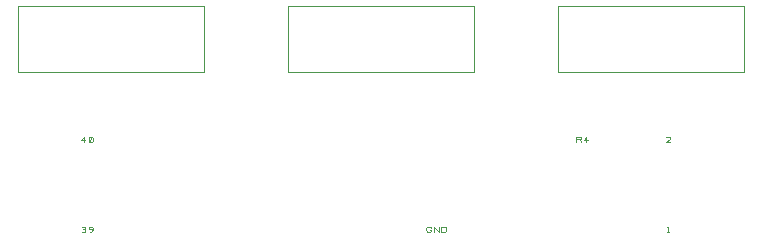
<source format=gbr>
G04 EasyPC Gerber Version 21.0.3 Build 4286 *
%FSLAX35Y35*%
%MOIN*%
%ADD10C,0.00100*%
%ADD11C,0.00197*%
X0Y0D02*
D02*
D10*
X30406Y5875D02*
X30719Y5719D01*
X31031*
X31344Y5875*
X31500Y6187*
X31344Y6500*
X31031Y6656*
X30719*
X31031D02*
X31344Y6813D01*
X31500Y7125*
X31344Y7437*
X31031Y7594*
X30719*
X30406Y7437*
X33219Y5719D02*
X33531Y5875D01*
X33844Y6187*
X34000Y6656*
Y7125*
X33844Y7437*
X33531Y7594*
X33219*
X32906Y7437*
X32750Y7125*
X32906Y6813*
X33219Y6656*
X33531*
X33844Y6813*
X34000Y7125*
X31031Y35719D02*
Y37594D01*
X30250Y36344*
X31500*
X32906Y35875D02*
X33219Y35719D01*
X33531*
X33844Y35875*
X34000Y36187*
Y37125*
X33844Y37437*
X33531Y37594*
X33219*
X32906Y37437*
X32750Y37125*
Y36187*
X32906Y35875*
X33844Y37437*
X146344Y6500D02*
X146813D01*
Y6344*
X146656Y6031*
X146500Y5875*
X146187Y5719*
X145875*
X145563Y5875*
X145406Y6031*
X145250Y6344*
Y6969*
X145406Y7281*
X145563Y7437*
X145875Y7594*
X146187*
X146500Y7437*
X146656Y7281*
X146813Y6969*
X147750Y5719D02*
Y7594D01*
X149313Y5719*
Y7594*
X150250Y5719D02*
Y7594D01*
X151187*
X151500Y7437*
X151656Y7281*
X151813Y6969*
Y6344*
X151656Y6031*
X151500Y5875*
X151187Y5719*
X150250*
X195250Y35719D02*
Y37594D01*
X196344*
X196656Y37437*
X196813Y37125*
X196656Y36813*
X196344Y36656*
X195250*
X196344D02*
X196813Y35719D01*
X198531D02*
Y37594D01*
X197750Y36344*
X199000*
X225563Y5719D02*
X226187D01*
X225875D02*
Y7594D01*
X225563Y7281*
X226500Y35719D02*
X225250D01*
X226344Y36813*
X226500Y37125*
X226344Y37437*
X226031Y37594*
X225563*
X225250Y37437*
D02*
D11*
X9266Y59266D02*
Y81234D01*
X71234*
Y59266*
X9266*
X99266D02*
Y81234D01*
X161234*
Y59266*
X99266*
X189266D02*
Y81234D01*
X251234*
Y59266*
X189266*
X0Y0D02*
M02*

</source>
